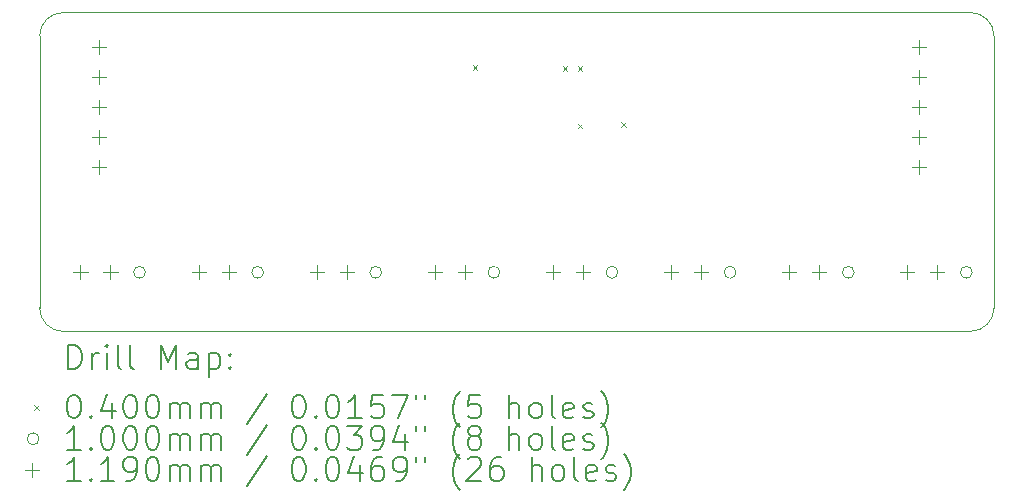
<source format=gbr>
%TF.GenerationSoftware,KiCad,Pcbnew,7.0.1*%
%TF.CreationDate,2023-08-26T14:24:12-05:00*%
%TF.ProjectId,Shift In Breakout Board V2,53686966-7420-4496-9e20-427265616b6f,rev?*%
%TF.SameCoordinates,Original*%
%TF.FileFunction,Drillmap*%
%TF.FilePolarity,Positive*%
%FSLAX45Y45*%
G04 Gerber Fmt 4.5, Leading zero omitted, Abs format (unit mm)*
G04 Created by KiCad (PCBNEW 7.0.1) date 2023-08-26 14:24:12*
%MOMM*%
%LPD*%
G01*
G04 APERTURE LIST*
%ADD10C,0.100000*%
%ADD11C,0.200000*%
%ADD12C,0.040000*%
%ADD13C,0.119000*%
G04 APERTURE END LIST*
D10*
X18850000Y-8031005D02*
X11168995Y-8031005D01*
X18850000Y-10731010D02*
G75*
G03*
X19050000Y-10531005I0J200000D01*
G01*
X10968995Y-10531005D02*
G75*
G03*
X11168995Y-10731005I199995J-5D01*
G01*
X11168995Y-10731005D02*
X18850000Y-10731005D01*
X19049995Y-8231005D02*
G75*
G03*
X18850000Y-8031005I-199995J5D01*
G01*
X11168995Y-8031005D02*
G75*
G03*
X10968995Y-8231005I-5J-199995D01*
G01*
X10968995Y-8231005D02*
X10968995Y-10531005D01*
X19050000Y-10531005D02*
X19050000Y-8231005D01*
D11*
D12*
X14635800Y-8476300D02*
X14675800Y-8516300D01*
X14675800Y-8476300D02*
X14635800Y-8516300D01*
X15397500Y-8482500D02*
X15437500Y-8522500D01*
X15437500Y-8482500D02*
X15397500Y-8522500D01*
X15524500Y-8482500D02*
X15564500Y-8522500D01*
X15564500Y-8482500D02*
X15524500Y-8522500D01*
X15524800Y-8971600D02*
X15564800Y-9011600D01*
X15564800Y-8971600D02*
X15524800Y-9011600D01*
X15890000Y-8957500D02*
X15930000Y-8997500D01*
X15930000Y-8957500D02*
X15890000Y-8997500D01*
D10*
X11864995Y-10231005D02*
G75*
G03*
X11864995Y-10231005I-50000J0D01*
G01*
X12864995Y-10231005D02*
G75*
G03*
X12864995Y-10231005I-50000J0D01*
G01*
X13864995Y-10231005D02*
G75*
G03*
X13864995Y-10231005I-50000J0D01*
G01*
X14864995Y-10231005D02*
G75*
G03*
X14864995Y-10231005I-50000J0D01*
G01*
X15864995Y-10231005D02*
G75*
G03*
X15864995Y-10231005I-50000J0D01*
G01*
X16864995Y-10231005D02*
G75*
G03*
X16864995Y-10231005I-50000J0D01*
G01*
X17864995Y-10231005D02*
G75*
G03*
X17864995Y-10231005I-50000J0D01*
G01*
X18864995Y-10231005D02*
G75*
G03*
X18864995Y-10231005I-50000J0D01*
G01*
D13*
X11314995Y-10171505D02*
X11314995Y-10290505D01*
X11255495Y-10231005D02*
X11374495Y-10231005D01*
X11470995Y-8263505D02*
X11470995Y-8382505D01*
X11411495Y-8323005D02*
X11530495Y-8323005D01*
X11470995Y-8517505D02*
X11470995Y-8636505D01*
X11411495Y-8577005D02*
X11530495Y-8577005D01*
X11470995Y-8771505D02*
X11470995Y-8890505D01*
X11411495Y-8831005D02*
X11530495Y-8831005D01*
X11470995Y-9025505D02*
X11470995Y-9144505D01*
X11411495Y-9085005D02*
X11530495Y-9085005D01*
X11470995Y-9279505D02*
X11470995Y-9398505D01*
X11411495Y-9339005D02*
X11530495Y-9339005D01*
X11568995Y-10171505D02*
X11568995Y-10290505D01*
X11509495Y-10231005D02*
X11628495Y-10231005D01*
X12314995Y-10171505D02*
X12314995Y-10290505D01*
X12255495Y-10231005D02*
X12374495Y-10231005D01*
X12568995Y-10171505D02*
X12568995Y-10290505D01*
X12509495Y-10231005D02*
X12628495Y-10231005D01*
X13314995Y-10171505D02*
X13314995Y-10290505D01*
X13255495Y-10231005D02*
X13374495Y-10231005D01*
X13568995Y-10171505D02*
X13568995Y-10290505D01*
X13509495Y-10231005D02*
X13628495Y-10231005D01*
X14314995Y-10171505D02*
X14314995Y-10290505D01*
X14255495Y-10231005D02*
X14374495Y-10231005D01*
X14568995Y-10171505D02*
X14568995Y-10290505D01*
X14509495Y-10231005D02*
X14628495Y-10231005D01*
X15314995Y-10171505D02*
X15314995Y-10290505D01*
X15255495Y-10231005D02*
X15374495Y-10231005D01*
X15568995Y-10171505D02*
X15568995Y-10290505D01*
X15509495Y-10231005D02*
X15628495Y-10231005D01*
X16314995Y-10171505D02*
X16314995Y-10290505D01*
X16255495Y-10231005D02*
X16374495Y-10231005D01*
X16568995Y-10171505D02*
X16568995Y-10290505D01*
X16509495Y-10231005D02*
X16628495Y-10231005D01*
X17314995Y-10171505D02*
X17314995Y-10290505D01*
X17255495Y-10231005D02*
X17374495Y-10231005D01*
X17568995Y-10171505D02*
X17568995Y-10290505D01*
X17509495Y-10231005D02*
X17628495Y-10231005D01*
X18314995Y-10171505D02*
X18314995Y-10290505D01*
X18255495Y-10231005D02*
X18374495Y-10231005D01*
X18416995Y-8263505D02*
X18416995Y-8382505D01*
X18357495Y-8323005D02*
X18476495Y-8323005D01*
X18416995Y-8517505D02*
X18416995Y-8636505D01*
X18357495Y-8577005D02*
X18476495Y-8577005D01*
X18416995Y-8771505D02*
X18416995Y-8890505D01*
X18357495Y-8831005D02*
X18476495Y-8831005D01*
X18416995Y-9025505D02*
X18416995Y-9144505D01*
X18357495Y-9085005D02*
X18476495Y-9085005D01*
X18416995Y-9279505D02*
X18416995Y-9398505D01*
X18357495Y-9339005D02*
X18476495Y-9339005D01*
X18568995Y-10171505D02*
X18568995Y-10290505D01*
X18509495Y-10231005D02*
X18628495Y-10231005D01*
D11*
X11211614Y-11048529D02*
X11211614Y-10848529D01*
X11211614Y-10848529D02*
X11259233Y-10848529D01*
X11259233Y-10848529D02*
X11287804Y-10858053D01*
X11287804Y-10858053D02*
X11306852Y-10877100D01*
X11306852Y-10877100D02*
X11316376Y-10896148D01*
X11316376Y-10896148D02*
X11325900Y-10934243D01*
X11325900Y-10934243D02*
X11325900Y-10962815D01*
X11325900Y-10962815D02*
X11316376Y-11000910D01*
X11316376Y-11000910D02*
X11306852Y-11019957D01*
X11306852Y-11019957D02*
X11287804Y-11039005D01*
X11287804Y-11039005D02*
X11259233Y-11048529D01*
X11259233Y-11048529D02*
X11211614Y-11048529D01*
X11411614Y-11048529D02*
X11411614Y-10915196D01*
X11411614Y-10953291D02*
X11421138Y-10934243D01*
X11421138Y-10934243D02*
X11430661Y-10924719D01*
X11430661Y-10924719D02*
X11449709Y-10915196D01*
X11449709Y-10915196D02*
X11468757Y-10915196D01*
X11535423Y-11048529D02*
X11535423Y-10915196D01*
X11535423Y-10848529D02*
X11525900Y-10858053D01*
X11525900Y-10858053D02*
X11535423Y-10867577D01*
X11535423Y-10867577D02*
X11544947Y-10858053D01*
X11544947Y-10858053D02*
X11535423Y-10848529D01*
X11535423Y-10848529D02*
X11535423Y-10867577D01*
X11659233Y-11048529D02*
X11640185Y-11039005D01*
X11640185Y-11039005D02*
X11630661Y-11019957D01*
X11630661Y-11019957D02*
X11630661Y-10848529D01*
X11763995Y-11048529D02*
X11744947Y-11039005D01*
X11744947Y-11039005D02*
X11735423Y-11019957D01*
X11735423Y-11019957D02*
X11735423Y-10848529D01*
X11992566Y-11048529D02*
X11992566Y-10848529D01*
X11992566Y-10848529D02*
X12059233Y-10991386D01*
X12059233Y-10991386D02*
X12125900Y-10848529D01*
X12125900Y-10848529D02*
X12125900Y-11048529D01*
X12306852Y-11048529D02*
X12306852Y-10943767D01*
X12306852Y-10943767D02*
X12297328Y-10924719D01*
X12297328Y-10924719D02*
X12278281Y-10915196D01*
X12278281Y-10915196D02*
X12240185Y-10915196D01*
X12240185Y-10915196D02*
X12221138Y-10924719D01*
X12306852Y-11039005D02*
X12287804Y-11048529D01*
X12287804Y-11048529D02*
X12240185Y-11048529D01*
X12240185Y-11048529D02*
X12221138Y-11039005D01*
X12221138Y-11039005D02*
X12211614Y-11019957D01*
X12211614Y-11019957D02*
X12211614Y-11000910D01*
X12211614Y-11000910D02*
X12221138Y-10981862D01*
X12221138Y-10981862D02*
X12240185Y-10972338D01*
X12240185Y-10972338D02*
X12287804Y-10972338D01*
X12287804Y-10972338D02*
X12306852Y-10962815D01*
X12402090Y-10915196D02*
X12402090Y-11115196D01*
X12402090Y-10924719D02*
X12421138Y-10915196D01*
X12421138Y-10915196D02*
X12459233Y-10915196D01*
X12459233Y-10915196D02*
X12478281Y-10924719D01*
X12478281Y-10924719D02*
X12487804Y-10934243D01*
X12487804Y-10934243D02*
X12497328Y-10953291D01*
X12497328Y-10953291D02*
X12497328Y-11010434D01*
X12497328Y-11010434D02*
X12487804Y-11029481D01*
X12487804Y-11029481D02*
X12478281Y-11039005D01*
X12478281Y-11039005D02*
X12459233Y-11048529D01*
X12459233Y-11048529D02*
X12421138Y-11048529D01*
X12421138Y-11048529D02*
X12402090Y-11039005D01*
X12583042Y-11029481D02*
X12592566Y-11039005D01*
X12592566Y-11039005D02*
X12583042Y-11048529D01*
X12583042Y-11048529D02*
X12573519Y-11039005D01*
X12573519Y-11039005D02*
X12583042Y-11029481D01*
X12583042Y-11029481D02*
X12583042Y-11048529D01*
X12583042Y-10924719D02*
X12592566Y-10934243D01*
X12592566Y-10934243D02*
X12583042Y-10943767D01*
X12583042Y-10943767D02*
X12573519Y-10934243D01*
X12573519Y-10934243D02*
X12583042Y-10924719D01*
X12583042Y-10924719D02*
X12583042Y-10943767D01*
D12*
X10923995Y-11356005D02*
X10963995Y-11396005D01*
X10963995Y-11356005D02*
X10923995Y-11396005D01*
D11*
X11249709Y-11268529D02*
X11268757Y-11268529D01*
X11268757Y-11268529D02*
X11287804Y-11278053D01*
X11287804Y-11278053D02*
X11297328Y-11287576D01*
X11297328Y-11287576D02*
X11306852Y-11306624D01*
X11306852Y-11306624D02*
X11316376Y-11344719D01*
X11316376Y-11344719D02*
X11316376Y-11392338D01*
X11316376Y-11392338D02*
X11306852Y-11430434D01*
X11306852Y-11430434D02*
X11297328Y-11449481D01*
X11297328Y-11449481D02*
X11287804Y-11459005D01*
X11287804Y-11459005D02*
X11268757Y-11468529D01*
X11268757Y-11468529D02*
X11249709Y-11468529D01*
X11249709Y-11468529D02*
X11230661Y-11459005D01*
X11230661Y-11459005D02*
X11221138Y-11449481D01*
X11221138Y-11449481D02*
X11211614Y-11430434D01*
X11211614Y-11430434D02*
X11202090Y-11392338D01*
X11202090Y-11392338D02*
X11202090Y-11344719D01*
X11202090Y-11344719D02*
X11211614Y-11306624D01*
X11211614Y-11306624D02*
X11221138Y-11287576D01*
X11221138Y-11287576D02*
X11230661Y-11278053D01*
X11230661Y-11278053D02*
X11249709Y-11268529D01*
X11402090Y-11449481D02*
X11411614Y-11459005D01*
X11411614Y-11459005D02*
X11402090Y-11468529D01*
X11402090Y-11468529D02*
X11392566Y-11459005D01*
X11392566Y-11459005D02*
X11402090Y-11449481D01*
X11402090Y-11449481D02*
X11402090Y-11468529D01*
X11583042Y-11335195D02*
X11583042Y-11468529D01*
X11535423Y-11259005D02*
X11487804Y-11401862D01*
X11487804Y-11401862D02*
X11611614Y-11401862D01*
X11725900Y-11268529D02*
X11744947Y-11268529D01*
X11744947Y-11268529D02*
X11763995Y-11278053D01*
X11763995Y-11278053D02*
X11773519Y-11287576D01*
X11773519Y-11287576D02*
X11783042Y-11306624D01*
X11783042Y-11306624D02*
X11792566Y-11344719D01*
X11792566Y-11344719D02*
X11792566Y-11392338D01*
X11792566Y-11392338D02*
X11783042Y-11430434D01*
X11783042Y-11430434D02*
X11773519Y-11449481D01*
X11773519Y-11449481D02*
X11763995Y-11459005D01*
X11763995Y-11459005D02*
X11744947Y-11468529D01*
X11744947Y-11468529D02*
X11725900Y-11468529D01*
X11725900Y-11468529D02*
X11706852Y-11459005D01*
X11706852Y-11459005D02*
X11697328Y-11449481D01*
X11697328Y-11449481D02*
X11687804Y-11430434D01*
X11687804Y-11430434D02*
X11678281Y-11392338D01*
X11678281Y-11392338D02*
X11678281Y-11344719D01*
X11678281Y-11344719D02*
X11687804Y-11306624D01*
X11687804Y-11306624D02*
X11697328Y-11287576D01*
X11697328Y-11287576D02*
X11706852Y-11278053D01*
X11706852Y-11278053D02*
X11725900Y-11268529D01*
X11916376Y-11268529D02*
X11935423Y-11268529D01*
X11935423Y-11268529D02*
X11954471Y-11278053D01*
X11954471Y-11278053D02*
X11963995Y-11287576D01*
X11963995Y-11287576D02*
X11973519Y-11306624D01*
X11973519Y-11306624D02*
X11983042Y-11344719D01*
X11983042Y-11344719D02*
X11983042Y-11392338D01*
X11983042Y-11392338D02*
X11973519Y-11430434D01*
X11973519Y-11430434D02*
X11963995Y-11449481D01*
X11963995Y-11449481D02*
X11954471Y-11459005D01*
X11954471Y-11459005D02*
X11935423Y-11468529D01*
X11935423Y-11468529D02*
X11916376Y-11468529D01*
X11916376Y-11468529D02*
X11897328Y-11459005D01*
X11897328Y-11459005D02*
X11887804Y-11449481D01*
X11887804Y-11449481D02*
X11878281Y-11430434D01*
X11878281Y-11430434D02*
X11868757Y-11392338D01*
X11868757Y-11392338D02*
X11868757Y-11344719D01*
X11868757Y-11344719D02*
X11878281Y-11306624D01*
X11878281Y-11306624D02*
X11887804Y-11287576D01*
X11887804Y-11287576D02*
X11897328Y-11278053D01*
X11897328Y-11278053D02*
X11916376Y-11268529D01*
X12068757Y-11468529D02*
X12068757Y-11335195D01*
X12068757Y-11354243D02*
X12078281Y-11344719D01*
X12078281Y-11344719D02*
X12097328Y-11335195D01*
X12097328Y-11335195D02*
X12125900Y-11335195D01*
X12125900Y-11335195D02*
X12144947Y-11344719D01*
X12144947Y-11344719D02*
X12154471Y-11363767D01*
X12154471Y-11363767D02*
X12154471Y-11468529D01*
X12154471Y-11363767D02*
X12163995Y-11344719D01*
X12163995Y-11344719D02*
X12183042Y-11335195D01*
X12183042Y-11335195D02*
X12211614Y-11335195D01*
X12211614Y-11335195D02*
X12230662Y-11344719D01*
X12230662Y-11344719D02*
X12240185Y-11363767D01*
X12240185Y-11363767D02*
X12240185Y-11468529D01*
X12335423Y-11468529D02*
X12335423Y-11335195D01*
X12335423Y-11354243D02*
X12344947Y-11344719D01*
X12344947Y-11344719D02*
X12363995Y-11335195D01*
X12363995Y-11335195D02*
X12392566Y-11335195D01*
X12392566Y-11335195D02*
X12411614Y-11344719D01*
X12411614Y-11344719D02*
X12421138Y-11363767D01*
X12421138Y-11363767D02*
X12421138Y-11468529D01*
X12421138Y-11363767D02*
X12430662Y-11344719D01*
X12430662Y-11344719D02*
X12449709Y-11335195D01*
X12449709Y-11335195D02*
X12478281Y-11335195D01*
X12478281Y-11335195D02*
X12497328Y-11344719D01*
X12497328Y-11344719D02*
X12506852Y-11363767D01*
X12506852Y-11363767D02*
X12506852Y-11468529D01*
X12897328Y-11259005D02*
X12725900Y-11516148D01*
X13154471Y-11268529D02*
X13173519Y-11268529D01*
X13173519Y-11268529D02*
X13192566Y-11278053D01*
X13192566Y-11278053D02*
X13202090Y-11287576D01*
X13202090Y-11287576D02*
X13211614Y-11306624D01*
X13211614Y-11306624D02*
X13221138Y-11344719D01*
X13221138Y-11344719D02*
X13221138Y-11392338D01*
X13221138Y-11392338D02*
X13211614Y-11430434D01*
X13211614Y-11430434D02*
X13202090Y-11449481D01*
X13202090Y-11449481D02*
X13192566Y-11459005D01*
X13192566Y-11459005D02*
X13173519Y-11468529D01*
X13173519Y-11468529D02*
X13154471Y-11468529D01*
X13154471Y-11468529D02*
X13135424Y-11459005D01*
X13135424Y-11459005D02*
X13125900Y-11449481D01*
X13125900Y-11449481D02*
X13116376Y-11430434D01*
X13116376Y-11430434D02*
X13106852Y-11392338D01*
X13106852Y-11392338D02*
X13106852Y-11344719D01*
X13106852Y-11344719D02*
X13116376Y-11306624D01*
X13116376Y-11306624D02*
X13125900Y-11287576D01*
X13125900Y-11287576D02*
X13135424Y-11278053D01*
X13135424Y-11278053D02*
X13154471Y-11268529D01*
X13306852Y-11449481D02*
X13316376Y-11459005D01*
X13316376Y-11459005D02*
X13306852Y-11468529D01*
X13306852Y-11468529D02*
X13297328Y-11459005D01*
X13297328Y-11459005D02*
X13306852Y-11449481D01*
X13306852Y-11449481D02*
X13306852Y-11468529D01*
X13440185Y-11268529D02*
X13459233Y-11268529D01*
X13459233Y-11268529D02*
X13478281Y-11278053D01*
X13478281Y-11278053D02*
X13487805Y-11287576D01*
X13487805Y-11287576D02*
X13497328Y-11306624D01*
X13497328Y-11306624D02*
X13506852Y-11344719D01*
X13506852Y-11344719D02*
X13506852Y-11392338D01*
X13506852Y-11392338D02*
X13497328Y-11430434D01*
X13497328Y-11430434D02*
X13487805Y-11449481D01*
X13487805Y-11449481D02*
X13478281Y-11459005D01*
X13478281Y-11459005D02*
X13459233Y-11468529D01*
X13459233Y-11468529D02*
X13440185Y-11468529D01*
X13440185Y-11468529D02*
X13421138Y-11459005D01*
X13421138Y-11459005D02*
X13411614Y-11449481D01*
X13411614Y-11449481D02*
X13402090Y-11430434D01*
X13402090Y-11430434D02*
X13392566Y-11392338D01*
X13392566Y-11392338D02*
X13392566Y-11344719D01*
X13392566Y-11344719D02*
X13402090Y-11306624D01*
X13402090Y-11306624D02*
X13411614Y-11287576D01*
X13411614Y-11287576D02*
X13421138Y-11278053D01*
X13421138Y-11278053D02*
X13440185Y-11268529D01*
X13697328Y-11468529D02*
X13583043Y-11468529D01*
X13640185Y-11468529D02*
X13640185Y-11268529D01*
X13640185Y-11268529D02*
X13621138Y-11297100D01*
X13621138Y-11297100D02*
X13602090Y-11316148D01*
X13602090Y-11316148D02*
X13583043Y-11325672D01*
X13878281Y-11268529D02*
X13783043Y-11268529D01*
X13783043Y-11268529D02*
X13773519Y-11363767D01*
X13773519Y-11363767D02*
X13783043Y-11354243D01*
X13783043Y-11354243D02*
X13802090Y-11344719D01*
X13802090Y-11344719D02*
X13849709Y-11344719D01*
X13849709Y-11344719D02*
X13868757Y-11354243D01*
X13868757Y-11354243D02*
X13878281Y-11363767D01*
X13878281Y-11363767D02*
X13887805Y-11382815D01*
X13887805Y-11382815D02*
X13887805Y-11430434D01*
X13887805Y-11430434D02*
X13878281Y-11449481D01*
X13878281Y-11449481D02*
X13868757Y-11459005D01*
X13868757Y-11459005D02*
X13849709Y-11468529D01*
X13849709Y-11468529D02*
X13802090Y-11468529D01*
X13802090Y-11468529D02*
X13783043Y-11459005D01*
X13783043Y-11459005D02*
X13773519Y-11449481D01*
X13954471Y-11268529D02*
X14087805Y-11268529D01*
X14087805Y-11268529D02*
X14002090Y-11468529D01*
X14154471Y-11268529D02*
X14154471Y-11306624D01*
X14230662Y-11268529D02*
X14230662Y-11306624D01*
X14525900Y-11544719D02*
X14516376Y-11535195D01*
X14516376Y-11535195D02*
X14497328Y-11506624D01*
X14497328Y-11506624D02*
X14487805Y-11487576D01*
X14487805Y-11487576D02*
X14478281Y-11459005D01*
X14478281Y-11459005D02*
X14468757Y-11411386D01*
X14468757Y-11411386D02*
X14468757Y-11373291D01*
X14468757Y-11373291D02*
X14478281Y-11325672D01*
X14478281Y-11325672D02*
X14487805Y-11297100D01*
X14487805Y-11297100D02*
X14497328Y-11278053D01*
X14497328Y-11278053D02*
X14516376Y-11249481D01*
X14516376Y-11249481D02*
X14525900Y-11239957D01*
X14697328Y-11268529D02*
X14602090Y-11268529D01*
X14602090Y-11268529D02*
X14592567Y-11363767D01*
X14592567Y-11363767D02*
X14602090Y-11354243D01*
X14602090Y-11354243D02*
X14621138Y-11344719D01*
X14621138Y-11344719D02*
X14668757Y-11344719D01*
X14668757Y-11344719D02*
X14687805Y-11354243D01*
X14687805Y-11354243D02*
X14697328Y-11363767D01*
X14697328Y-11363767D02*
X14706852Y-11382815D01*
X14706852Y-11382815D02*
X14706852Y-11430434D01*
X14706852Y-11430434D02*
X14697328Y-11449481D01*
X14697328Y-11449481D02*
X14687805Y-11459005D01*
X14687805Y-11459005D02*
X14668757Y-11468529D01*
X14668757Y-11468529D02*
X14621138Y-11468529D01*
X14621138Y-11468529D02*
X14602090Y-11459005D01*
X14602090Y-11459005D02*
X14592567Y-11449481D01*
X14944948Y-11468529D02*
X14944948Y-11268529D01*
X15030662Y-11468529D02*
X15030662Y-11363767D01*
X15030662Y-11363767D02*
X15021138Y-11344719D01*
X15021138Y-11344719D02*
X15002090Y-11335195D01*
X15002090Y-11335195D02*
X14973519Y-11335195D01*
X14973519Y-11335195D02*
X14954471Y-11344719D01*
X14954471Y-11344719D02*
X14944948Y-11354243D01*
X15154471Y-11468529D02*
X15135424Y-11459005D01*
X15135424Y-11459005D02*
X15125900Y-11449481D01*
X15125900Y-11449481D02*
X15116376Y-11430434D01*
X15116376Y-11430434D02*
X15116376Y-11373291D01*
X15116376Y-11373291D02*
X15125900Y-11354243D01*
X15125900Y-11354243D02*
X15135424Y-11344719D01*
X15135424Y-11344719D02*
X15154471Y-11335195D01*
X15154471Y-11335195D02*
X15183043Y-11335195D01*
X15183043Y-11335195D02*
X15202090Y-11344719D01*
X15202090Y-11344719D02*
X15211614Y-11354243D01*
X15211614Y-11354243D02*
X15221138Y-11373291D01*
X15221138Y-11373291D02*
X15221138Y-11430434D01*
X15221138Y-11430434D02*
X15211614Y-11449481D01*
X15211614Y-11449481D02*
X15202090Y-11459005D01*
X15202090Y-11459005D02*
X15183043Y-11468529D01*
X15183043Y-11468529D02*
X15154471Y-11468529D01*
X15335424Y-11468529D02*
X15316376Y-11459005D01*
X15316376Y-11459005D02*
X15306852Y-11439957D01*
X15306852Y-11439957D02*
X15306852Y-11268529D01*
X15487805Y-11459005D02*
X15468757Y-11468529D01*
X15468757Y-11468529D02*
X15430662Y-11468529D01*
X15430662Y-11468529D02*
X15411614Y-11459005D01*
X15411614Y-11459005D02*
X15402090Y-11439957D01*
X15402090Y-11439957D02*
X15402090Y-11363767D01*
X15402090Y-11363767D02*
X15411614Y-11344719D01*
X15411614Y-11344719D02*
X15430662Y-11335195D01*
X15430662Y-11335195D02*
X15468757Y-11335195D01*
X15468757Y-11335195D02*
X15487805Y-11344719D01*
X15487805Y-11344719D02*
X15497329Y-11363767D01*
X15497329Y-11363767D02*
X15497329Y-11382815D01*
X15497329Y-11382815D02*
X15402090Y-11401862D01*
X15573519Y-11459005D02*
X15592567Y-11468529D01*
X15592567Y-11468529D02*
X15630662Y-11468529D01*
X15630662Y-11468529D02*
X15649710Y-11459005D01*
X15649710Y-11459005D02*
X15659233Y-11439957D01*
X15659233Y-11439957D02*
X15659233Y-11430434D01*
X15659233Y-11430434D02*
X15649710Y-11411386D01*
X15649710Y-11411386D02*
X15630662Y-11401862D01*
X15630662Y-11401862D02*
X15602090Y-11401862D01*
X15602090Y-11401862D02*
X15583043Y-11392338D01*
X15583043Y-11392338D02*
X15573519Y-11373291D01*
X15573519Y-11373291D02*
X15573519Y-11363767D01*
X15573519Y-11363767D02*
X15583043Y-11344719D01*
X15583043Y-11344719D02*
X15602090Y-11335195D01*
X15602090Y-11335195D02*
X15630662Y-11335195D01*
X15630662Y-11335195D02*
X15649710Y-11344719D01*
X15725900Y-11544719D02*
X15735424Y-11535195D01*
X15735424Y-11535195D02*
X15754471Y-11506624D01*
X15754471Y-11506624D02*
X15763995Y-11487576D01*
X15763995Y-11487576D02*
X15773519Y-11459005D01*
X15773519Y-11459005D02*
X15783043Y-11411386D01*
X15783043Y-11411386D02*
X15783043Y-11373291D01*
X15783043Y-11373291D02*
X15773519Y-11325672D01*
X15773519Y-11325672D02*
X15763995Y-11297100D01*
X15763995Y-11297100D02*
X15754471Y-11278053D01*
X15754471Y-11278053D02*
X15735424Y-11249481D01*
X15735424Y-11249481D02*
X15725900Y-11239957D01*
D10*
X10963995Y-11640005D02*
G75*
G03*
X10963995Y-11640005I-50000J0D01*
G01*
D11*
X11316376Y-11732529D02*
X11202090Y-11732529D01*
X11259233Y-11732529D02*
X11259233Y-11532529D01*
X11259233Y-11532529D02*
X11240185Y-11561100D01*
X11240185Y-11561100D02*
X11221138Y-11580148D01*
X11221138Y-11580148D02*
X11202090Y-11589672D01*
X11402090Y-11713481D02*
X11411614Y-11723005D01*
X11411614Y-11723005D02*
X11402090Y-11732529D01*
X11402090Y-11732529D02*
X11392566Y-11723005D01*
X11392566Y-11723005D02*
X11402090Y-11713481D01*
X11402090Y-11713481D02*
X11402090Y-11732529D01*
X11535423Y-11532529D02*
X11554471Y-11532529D01*
X11554471Y-11532529D02*
X11573519Y-11542053D01*
X11573519Y-11542053D02*
X11583042Y-11551576D01*
X11583042Y-11551576D02*
X11592566Y-11570624D01*
X11592566Y-11570624D02*
X11602090Y-11608719D01*
X11602090Y-11608719D02*
X11602090Y-11656338D01*
X11602090Y-11656338D02*
X11592566Y-11694434D01*
X11592566Y-11694434D02*
X11583042Y-11713481D01*
X11583042Y-11713481D02*
X11573519Y-11723005D01*
X11573519Y-11723005D02*
X11554471Y-11732529D01*
X11554471Y-11732529D02*
X11535423Y-11732529D01*
X11535423Y-11732529D02*
X11516376Y-11723005D01*
X11516376Y-11723005D02*
X11506852Y-11713481D01*
X11506852Y-11713481D02*
X11497328Y-11694434D01*
X11497328Y-11694434D02*
X11487804Y-11656338D01*
X11487804Y-11656338D02*
X11487804Y-11608719D01*
X11487804Y-11608719D02*
X11497328Y-11570624D01*
X11497328Y-11570624D02*
X11506852Y-11551576D01*
X11506852Y-11551576D02*
X11516376Y-11542053D01*
X11516376Y-11542053D02*
X11535423Y-11532529D01*
X11725900Y-11532529D02*
X11744947Y-11532529D01*
X11744947Y-11532529D02*
X11763995Y-11542053D01*
X11763995Y-11542053D02*
X11773519Y-11551576D01*
X11773519Y-11551576D02*
X11783042Y-11570624D01*
X11783042Y-11570624D02*
X11792566Y-11608719D01*
X11792566Y-11608719D02*
X11792566Y-11656338D01*
X11792566Y-11656338D02*
X11783042Y-11694434D01*
X11783042Y-11694434D02*
X11773519Y-11713481D01*
X11773519Y-11713481D02*
X11763995Y-11723005D01*
X11763995Y-11723005D02*
X11744947Y-11732529D01*
X11744947Y-11732529D02*
X11725900Y-11732529D01*
X11725900Y-11732529D02*
X11706852Y-11723005D01*
X11706852Y-11723005D02*
X11697328Y-11713481D01*
X11697328Y-11713481D02*
X11687804Y-11694434D01*
X11687804Y-11694434D02*
X11678281Y-11656338D01*
X11678281Y-11656338D02*
X11678281Y-11608719D01*
X11678281Y-11608719D02*
X11687804Y-11570624D01*
X11687804Y-11570624D02*
X11697328Y-11551576D01*
X11697328Y-11551576D02*
X11706852Y-11542053D01*
X11706852Y-11542053D02*
X11725900Y-11532529D01*
X11916376Y-11532529D02*
X11935423Y-11532529D01*
X11935423Y-11532529D02*
X11954471Y-11542053D01*
X11954471Y-11542053D02*
X11963995Y-11551576D01*
X11963995Y-11551576D02*
X11973519Y-11570624D01*
X11973519Y-11570624D02*
X11983042Y-11608719D01*
X11983042Y-11608719D02*
X11983042Y-11656338D01*
X11983042Y-11656338D02*
X11973519Y-11694434D01*
X11973519Y-11694434D02*
X11963995Y-11713481D01*
X11963995Y-11713481D02*
X11954471Y-11723005D01*
X11954471Y-11723005D02*
X11935423Y-11732529D01*
X11935423Y-11732529D02*
X11916376Y-11732529D01*
X11916376Y-11732529D02*
X11897328Y-11723005D01*
X11897328Y-11723005D02*
X11887804Y-11713481D01*
X11887804Y-11713481D02*
X11878281Y-11694434D01*
X11878281Y-11694434D02*
X11868757Y-11656338D01*
X11868757Y-11656338D02*
X11868757Y-11608719D01*
X11868757Y-11608719D02*
X11878281Y-11570624D01*
X11878281Y-11570624D02*
X11887804Y-11551576D01*
X11887804Y-11551576D02*
X11897328Y-11542053D01*
X11897328Y-11542053D02*
X11916376Y-11532529D01*
X12068757Y-11732529D02*
X12068757Y-11599195D01*
X12068757Y-11618243D02*
X12078281Y-11608719D01*
X12078281Y-11608719D02*
X12097328Y-11599195D01*
X12097328Y-11599195D02*
X12125900Y-11599195D01*
X12125900Y-11599195D02*
X12144947Y-11608719D01*
X12144947Y-11608719D02*
X12154471Y-11627767D01*
X12154471Y-11627767D02*
X12154471Y-11732529D01*
X12154471Y-11627767D02*
X12163995Y-11608719D01*
X12163995Y-11608719D02*
X12183042Y-11599195D01*
X12183042Y-11599195D02*
X12211614Y-11599195D01*
X12211614Y-11599195D02*
X12230662Y-11608719D01*
X12230662Y-11608719D02*
X12240185Y-11627767D01*
X12240185Y-11627767D02*
X12240185Y-11732529D01*
X12335423Y-11732529D02*
X12335423Y-11599195D01*
X12335423Y-11618243D02*
X12344947Y-11608719D01*
X12344947Y-11608719D02*
X12363995Y-11599195D01*
X12363995Y-11599195D02*
X12392566Y-11599195D01*
X12392566Y-11599195D02*
X12411614Y-11608719D01*
X12411614Y-11608719D02*
X12421138Y-11627767D01*
X12421138Y-11627767D02*
X12421138Y-11732529D01*
X12421138Y-11627767D02*
X12430662Y-11608719D01*
X12430662Y-11608719D02*
X12449709Y-11599195D01*
X12449709Y-11599195D02*
X12478281Y-11599195D01*
X12478281Y-11599195D02*
X12497328Y-11608719D01*
X12497328Y-11608719D02*
X12506852Y-11627767D01*
X12506852Y-11627767D02*
X12506852Y-11732529D01*
X12897328Y-11523005D02*
X12725900Y-11780148D01*
X13154471Y-11532529D02*
X13173519Y-11532529D01*
X13173519Y-11532529D02*
X13192566Y-11542053D01*
X13192566Y-11542053D02*
X13202090Y-11551576D01*
X13202090Y-11551576D02*
X13211614Y-11570624D01*
X13211614Y-11570624D02*
X13221138Y-11608719D01*
X13221138Y-11608719D02*
X13221138Y-11656338D01*
X13221138Y-11656338D02*
X13211614Y-11694434D01*
X13211614Y-11694434D02*
X13202090Y-11713481D01*
X13202090Y-11713481D02*
X13192566Y-11723005D01*
X13192566Y-11723005D02*
X13173519Y-11732529D01*
X13173519Y-11732529D02*
X13154471Y-11732529D01*
X13154471Y-11732529D02*
X13135424Y-11723005D01*
X13135424Y-11723005D02*
X13125900Y-11713481D01*
X13125900Y-11713481D02*
X13116376Y-11694434D01*
X13116376Y-11694434D02*
X13106852Y-11656338D01*
X13106852Y-11656338D02*
X13106852Y-11608719D01*
X13106852Y-11608719D02*
X13116376Y-11570624D01*
X13116376Y-11570624D02*
X13125900Y-11551576D01*
X13125900Y-11551576D02*
X13135424Y-11542053D01*
X13135424Y-11542053D02*
X13154471Y-11532529D01*
X13306852Y-11713481D02*
X13316376Y-11723005D01*
X13316376Y-11723005D02*
X13306852Y-11732529D01*
X13306852Y-11732529D02*
X13297328Y-11723005D01*
X13297328Y-11723005D02*
X13306852Y-11713481D01*
X13306852Y-11713481D02*
X13306852Y-11732529D01*
X13440185Y-11532529D02*
X13459233Y-11532529D01*
X13459233Y-11532529D02*
X13478281Y-11542053D01*
X13478281Y-11542053D02*
X13487805Y-11551576D01*
X13487805Y-11551576D02*
X13497328Y-11570624D01*
X13497328Y-11570624D02*
X13506852Y-11608719D01*
X13506852Y-11608719D02*
X13506852Y-11656338D01*
X13506852Y-11656338D02*
X13497328Y-11694434D01*
X13497328Y-11694434D02*
X13487805Y-11713481D01*
X13487805Y-11713481D02*
X13478281Y-11723005D01*
X13478281Y-11723005D02*
X13459233Y-11732529D01*
X13459233Y-11732529D02*
X13440185Y-11732529D01*
X13440185Y-11732529D02*
X13421138Y-11723005D01*
X13421138Y-11723005D02*
X13411614Y-11713481D01*
X13411614Y-11713481D02*
X13402090Y-11694434D01*
X13402090Y-11694434D02*
X13392566Y-11656338D01*
X13392566Y-11656338D02*
X13392566Y-11608719D01*
X13392566Y-11608719D02*
X13402090Y-11570624D01*
X13402090Y-11570624D02*
X13411614Y-11551576D01*
X13411614Y-11551576D02*
X13421138Y-11542053D01*
X13421138Y-11542053D02*
X13440185Y-11532529D01*
X13573519Y-11532529D02*
X13697328Y-11532529D01*
X13697328Y-11532529D02*
X13630662Y-11608719D01*
X13630662Y-11608719D02*
X13659233Y-11608719D01*
X13659233Y-11608719D02*
X13678281Y-11618243D01*
X13678281Y-11618243D02*
X13687805Y-11627767D01*
X13687805Y-11627767D02*
X13697328Y-11646815D01*
X13697328Y-11646815D02*
X13697328Y-11694434D01*
X13697328Y-11694434D02*
X13687805Y-11713481D01*
X13687805Y-11713481D02*
X13678281Y-11723005D01*
X13678281Y-11723005D02*
X13659233Y-11732529D01*
X13659233Y-11732529D02*
X13602090Y-11732529D01*
X13602090Y-11732529D02*
X13583043Y-11723005D01*
X13583043Y-11723005D02*
X13573519Y-11713481D01*
X13792566Y-11732529D02*
X13830662Y-11732529D01*
X13830662Y-11732529D02*
X13849709Y-11723005D01*
X13849709Y-11723005D02*
X13859233Y-11713481D01*
X13859233Y-11713481D02*
X13878281Y-11684910D01*
X13878281Y-11684910D02*
X13887805Y-11646815D01*
X13887805Y-11646815D02*
X13887805Y-11570624D01*
X13887805Y-11570624D02*
X13878281Y-11551576D01*
X13878281Y-11551576D02*
X13868757Y-11542053D01*
X13868757Y-11542053D02*
X13849709Y-11532529D01*
X13849709Y-11532529D02*
X13811614Y-11532529D01*
X13811614Y-11532529D02*
X13792566Y-11542053D01*
X13792566Y-11542053D02*
X13783043Y-11551576D01*
X13783043Y-11551576D02*
X13773519Y-11570624D01*
X13773519Y-11570624D02*
X13773519Y-11618243D01*
X13773519Y-11618243D02*
X13783043Y-11637291D01*
X13783043Y-11637291D02*
X13792566Y-11646815D01*
X13792566Y-11646815D02*
X13811614Y-11656338D01*
X13811614Y-11656338D02*
X13849709Y-11656338D01*
X13849709Y-11656338D02*
X13868757Y-11646815D01*
X13868757Y-11646815D02*
X13878281Y-11637291D01*
X13878281Y-11637291D02*
X13887805Y-11618243D01*
X14059233Y-11599195D02*
X14059233Y-11732529D01*
X14011614Y-11523005D02*
X13963995Y-11665862D01*
X13963995Y-11665862D02*
X14087805Y-11665862D01*
X14154471Y-11532529D02*
X14154471Y-11570624D01*
X14230662Y-11532529D02*
X14230662Y-11570624D01*
X14525900Y-11808719D02*
X14516376Y-11799195D01*
X14516376Y-11799195D02*
X14497328Y-11770624D01*
X14497328Y-11770624D02*
X14487805Y-11751576D01*
X14487805Y-11751576D02*
X14478281Y-11723005D01*
X14478281Y-11723005D02*
X14468757Y-11675386D01*
X14468757Y-11675386D02*
X14468757Y-11637291D01*
X14468757Y-11637291D02*
X14478281Y-11589672D01*
X14478281Y-11589672D02*
X14487805Y-11561100D01*
X14487805Y-11561100D02*
X14497328Y-11542053D01*
X14497328Y-11542053D02*
X14516376Y-11513481D01*
X14516376Y-11513481D02*
X14525900Y-11503957D01*
X14630662Y-11618243D02*
X14611614Y-11608719D01*
X14611614Y-11608719D02*
X14602090Y-11599195D01*
X14602090Y-11599195D02*
X14592567Y-11580148D01*
X14592567Y-11580148D02*
X14592567Y-11570624D01*
X14592567Y-11570624D02*
X14602090Y-11551576D01*
X14602090Y-11551576D02*
X14611614Y-11542053D01*
X14611614Y-11542053D02*
X14630662Y-11532529D01*
X14630662Y-11532529D02*
X14668757Y-11532529D01*
X14668757Y-11532529D02*
X14687805Y-11542053D01*
X14687805Y-11542053D02*
X14697328Y-11551576D01*
X14697328Y-11551576D02*
X14706852Y-11570624D01*
X14706852Y-11570624D02*
X14706852Y-11580148D01*
X14706852Y-11580148D02*
X14697328Y-11599195D01*
X14697328Y-11599195D02*
X14687805Y-11608719D01*
X14687805Y-11608719D02*
X14668757Y-11618243D01*
X14668757Y-11618243D02*
X14630662Y-11618243D01*
X14630662Y-11618243D02*
X14611614Y-11627767D01*
X14611614Y-11627767D02*
X14602090Y-11637291D01*
X14602090Y-11637291D02*
X14592567Y-11656338D01*
X14592567Y-11656338D02*
X14592567Y-11694434D01*
X14592567Y-11694434D02*
X14602090Y-11713481D01*
X14602090Y-11713481D02*
X14611614Y-11723005D01*
X14611614Y-11723005D02*
X14630662Y-11732529D01*
X14630662Y-11732529D02*
X14668757Y-11732529D01*
X14668757Y-11732529D02*
X14687805Y-11723005D01*
X14687805Y-11723005D02*
X14697328Y-11713481D01*
X14697328Y-11713481D02*
X14706852Y-11694434D01*
X14706852Y-11694434D02*
X14706852Y-11656338D01*
X14706852Y-11656338D02*
X14697328Y-11637291D01*
X14697328Y-11637291D02*
X14687805Y-11627767D01*
X14687805Y-11627767D02*
X14668757Y-11618243D01*
X14944948Y-11732529D02*
X14944948Y-11532529D01*
X15030662Y-11732529D02*
X15030662Y-11627767D01*
X15030662Y-11627767D02*
X15021138Y-11608719D01*
X15021138Y-11608719D02*
X15002090Y-11599195D01*
X15002090Y-11599195D02*
X14973519Y-11599195D01*
X14973519Y-11599195D02*
X14954471Y-11608719D01*
X14954471Y-11608719D02*
X14944948Y-11618243D01*
X15154471Y-11732529D02*
X15135424Y-11723005D01*
X15135424Y-11723005D02*
X15125900Y-11713481D01*
X15125900Y-11713481D02*
X15116376Y-11694434D01*
X15116376Y-11694434D02*
X15116376Y-11637291D01*
X15116376Y-11637291D02*
X15125900Y-11618243D01*
X15125900Y-11618243D02*
X15135424Y-11608719D01*
X15135424Y-11608719D02*
X15154471Y-11599195D01*
X15154471Y-11599195D02*
X15183043Y-11599195D01*
X15183043Y-11599195D02*
X15202090Y-11608719D01*
X15202090Y-11608719D02*
X15211614Y-11618243D01*
X15211614Y-11618243D02*
X15221138Y-11637291D01*
X15221138Y-11637291D02*
X15221138Y-11694434D01*
X15221138Y-11694434D02*
X15211614Y-11713481D01*
X15211614Y-11713481D02*
X15202090Y-11723005D01*
X15202090Y-11723005D02*
X15183043Y-11732529D01*
X15183043Y-11732529D02*
X15154471Y-11732529D01*
X15335424Y-11732529D02*
X15316376Y-11723005D01*
X15316376Y-11723005D02*
X15306852Y-11703957D01*
X15306852Y-11703957D02*
X15306852Y-11532529D01*
X15487805Y-11723005D02*
X15468757Y-11732529D01*
X15468757Y-11732529D02*
X15430662Y-11732529D01*
X15430662Y-11732529D02*
X15411614Y-11723005D01*
X15411614Y-11723005D02*
X15402090Y-11703957D01*
X15402090Y-11703957D02*
X15402090Y-11627767D01*
X15402090Y-11627767D02*
X15411614Y-11608719D01*
X15411614Y-11608719D02*
X15430662Y-11599195D01*
X15430662Y-11599195D02*
X15468757Y-11599195D01*
X15468757Y-11599195D02*
X15487805Y-11608719D01*
X15487805Y-11608719D02*
X15497329Y-11627767D01*
X15497329Y-11627767D02*
X15497329Y-11646815D01*
X15497329Y-11646815D02*
X15402090Y-11665862D01*
X15573519Y-11723005D02*
X15592567Y-11732529D01*
X15592567Y-11732529D02*
X15630662Y-11732529D01*
X15630662Y-11732529D02*
X15649710Y-11723005D01*
X15649710Y-11723005D02*
X15659233Y-11703957D01*
X15659233Y-11703957D02*
X15659233Y-11694434D01*
X15659233Y-11694434D02*
X15649710Y-11675386D01*
X15649710Y-11675386D02*
X15630662Y-11665862D01*
X15630662Y-11665862D02*
X15602090Y-11665862D01*
X15602090Y-11665862D02*
X15583043Y-11656338D01*
X15583043Y-11656338D02*
X15573519Y-11637291D01*
X15573519Y-11637291D02*
X15573519Y-11627767D01*
X15573519Y-11627767D02*
X15583043Y-11608719D01*
X15583043Y-11608719D02*
X15602090Y-11599195D01*
X15602090Y-11599195D02*
X15630662Y-11599195D01*
X15630662Y-11599195D02*
X15649710Y-11608719D01*
X15725900Y-11808719D02*
X15735424Y-11799195D01*
X15735424Y-11799195D02*
X15754471Y-11770624D01*
X15754471Y-11770624D02*
X15763995Y-11751576D01*
X15763995Y-11751576D02*
X15773519Y-11723005D01*
X15773519Y-11723005D02*
X15783043Y-11675386D01*
X15783043Y-11675386D02*
X15783043Y-11637291D01*
X15783043Y-11637291D02*
X15773519Y-11589672D01*
X15773519Y-11589672D02*
X15763995Y-11561100D01*
X15763995Y-11561100D02*
X15754471Y-11542053D01*
X15754471Y-11542053D02*
X15735424Y-11513481D01*
X15735424Y-11513481D02*
X15725900Y-11503957D01*
D13*
X10904495Y-11844505D02*
X10904495Y-11963505D01*
X10844995Y-11904005D02*
X10963995Y-11904005D01*
D11*
X11316376Y-11996529D02*
X11202090Y-11996529D01*
X11259233Y-11996529D02*
X11259233Y-11796529D01*
X11259233Y-11796529D02*
X11240185Y-11825100D01*
X11240185Y-11825100D02*
X11221138Y-11844148D01*
X11221138Y-11844148D02*
X11202090Y-11853672D01*
X11402090Y-11977481D02*
X11411614Y-11987005D01*
X11411614Y-11987005D02*
X11402090Y-11996529D01*
X11402090Y-11996529D02*
X11392566Y-11987005D01*
X11392566Y-11987005D02*
X11402090Y-11977481D01*
X11402090Y-11977481D02*
X11402090Y-11996529D01*
X11602090Y-11996529D02*
X11487804Y-11996529D01*
X11544947Y-11996529D02*
X11544947Y-11796529D01*
X11544947Y-11796529D02*
X11525900Y-11825100D01*
X11525900Y-11825100D02*
X11506852Y-11844148D01*
X11506852Y-11844148D02*
X11487804Y-11853672D01*
X11697328Y-11996529D02*
X11735423Y-11996529D01*
X11735423Y-11996529D02*
X11754471Y-11987005D01*
X11754471Y-11987005D02*
X11763995Y-11977481D01*
X11763995Y-11977481D02*
X11783042Y-11948910D01*
X11783042Y-11948910D02*
X11792566Y-11910815D01*
X11792566Y-11910815D02*
X11792566Y-11834624D01*
X11792566Y-11834624D02*
X11783042Y-11815576D01*
X11783042Y-11815576D02*
X11773519Y-11806053D01*
X11773519Y-11806053D02*
X11754471Y-11796529D01*
X11754471Y-11796529D02*
X11716376Y-11796529D01*
X11716376Y-11796529D02*
X11697328Y-11806053D01*
X11697328Y-11806053D02*
X11687804Y-11815576D01*
X11687804Y-11815576D02*
X11678281Y-11834624D01*
X11678281Y-11834624D02*
X11678281Y-11882243D01*
X11678281Y-11882243D02*
X11687804Y-11901291D01*
X11687804Y-11901291D02*
X11697328Y-11910815D01*
X11697328Y-11910815D02*
X11716376Y-11920338D01*
X11716376Y-11920338D02*
X11754471Y-11920338D01*
X11754471Y-11920338D02*
X11773519Y-11910815D01*
X11773519Y-11910815D02*
X11783042Y-11901291D01*
X11783042Y-11901291D02*
X11792566Y-11882243D01*
X11916376Y-11796529D02*
X11935423Y-11796529D01*
X11935423Y-11796529D02*
X11954471Y-11806053D01*
X11954471Y-11806053D02*
X11963995Y-11815576D01*
X11963995Y-11815576D02*
X11973519Y-11834624D01*
X11973519Y-11834624D02*
X11983042Y-11872719D01*
X11983042Y-11872719D02*
X11983042Y-11920338D01*
X11983042Y-11920338D02*
X11973519Y-11958434D01*
X11973519Y-11958434D02*
X11963995Y-11977481D01*
X11963995Y-11977481D02*
X11954471Y-11987005D01*
X11954471Y-11987005D02*
X11935423Y-11996529D01*
X11935423Y-11996529D02*
X11916376Y-11996529D01*
X11916376Y-11996529D02*
X11897328Y-11987005D01*
X11897328Y-11987005D02*
X11887804Y-11977481D01*
X11887804Y-11977481D02*
X11878281Y-11958434D01*
X11878281Y-11958434D02*
X11868757Y-11920338D01*
X11868757Y-11920338D02*
X11868757Y-11872719D01*
X11868757Y-11872719D02*
X11878281Y-11834624D01*
X11878281Y-11834624D02*
X11887804Y-11815576D01*
X11887804Y-11815576D02*
X11897328Y-11806053D01*
X11897328Y-11806053D02*
X11916376Y-11796529D01*
X12068757Y-11996529D02*
X12068757Y-11863195D01*
X12068757Y-11882243D02*
X12078281Y-11872719D01*
X12078281Y-11872719D02*
X12097328Y-11863195D01*
X12097328Y-11863195D02*
X12125900Y-11863195D01*
X12125900Y-11863195D02*
X12144947Y-11872719D01*
X12144947Y-11872719D02*
X12154471Y-11891767D01*
X12154471Y-11891767D02*
X12154471Y-11996529D01*
X12154471Y-11891767D02*
X12163995Y-11872719D01*
X12163995Y-11872719D02*
X12183042Y-11863195D01*
X12183042Y-11863195D02*
X12211614Y-11863195D01*
X12211614Y-11863195D02*
X12230662Y-11872719D01*
X12230662Y-11872719D02*
X12240185Y-11891767D01*
X12240185Y-11891767D02*
X12240185Y-11996529D01*
X12335423Y-11996529D02*
X12335423Y-11863195D01*
X12335423Y-11882243D02*
X12344947Y-11872719D01*
X12344947Y-11872719D02*
X12363995Y-11863195D01*
X12363995Y-11863195D02*
X12392566Y-11863195D01*
X12392566Y-11863195D02*
X12411614Y-11872719D01*
X12411614Y-11872719D02*
X12421138Y-11891767D01*
X12421138Y-11891767D02*
X12421138Y-11996529D01*
X12421138Y-11891767D02*
X12430662Y-11872719D01*
X12430662Y-11872719D02*
X12449709Y-11863195D01*
X12449709Y-11863195D02*
X12478281Y-11863195D01*
X12478281Y-11863195D02*
X12497328Y-11872719D01*
X12497328Y-11872719D02*
X12506852Y-11891767D01*
X12506852Y-11891767D02*
X12506852Y-11996529D01*
X12897328Y-11787005D02*
X12725900Y-12044148D01*
X13154471Y-11796529D02*
X13173519Y-11796529D01*
X13173519Y-11796529D02*
X13192566Y-11806053D01*
X13192566Y-11806053D02*
X13202090Y-11815576D01*
X13202090Y-11815576D02*
X13211614Y-11834624D01*
X13211614Y-11834624D02*
X13221138Y-11872719D01*
X13221138Y-11872719D02*
X13221138Y-11920338D01*
X13221138Y-11920338D02*
X13211614Y-11958434D01*
X13211614Y-11958434D02*
X13202090Y-11977481D01*
X13202090Y-11977481D02*
X13192566Y-11987005D01*
X13192566Y-11987005D02*
X13173519Y-11996529D01*
X13173519Y-11996529D02*
X13154471Y-11996529D01*
X13154471Y-11996529D02*
X13135424Y-11987005D01*
X13135424Y-11987005D02*
X13125900Y-11977481D01*
X13125900Y-11977481D02*
X13116376Y-11958434D01*
X13116376Y-11958434D02*
X13106852Y-11920338D01*
X13106852Y-11920338D02*
X13106852Y-11872719D01*
X13106852Y-11872719D02*
X13116376Y-11834624D01*
X13116376Y-11834624D02*
X13125900Y-11815576D01*
X13125900Y-11815576D02*
X13135424Y-11806053D01*
X13135424Y-11806053D02*
X13154471Y-11796529D01*
X13306852Y-11977481D02*
X13316376Y-11987005D01*
X13316376Y-11987005D02*
X13306852Y-11996529D01*
X13306852Y-11996529D02*
X13297328Y-11987005D01*
X13297328Y-11987005D02*
X13306852Y-11977481D01*
X13306852Y-11977481D02*
X13306852Y-11996529D01*
X13440185Y-11796529D02*
X13459233Y-11796529D01*
X13459233Y-11796529D02*
X13478281Y-11806053D01*
X13478281Y-11806053D02*
X13487805Y-11815576D01*
X13487805Y-11815576D02*
X13497328Y-11834624D01*
X13497328Y-11834624D02*
X13506852Y-11872719D01*
X13506852Y-11872719D02*
X13506852Y-11920338D01*
X13506852Y-11920338D02*
X13497328Y-11958434D01*
X13497328Y-11958434D02*
X13487805Y-11977481D01*
X13487805Y-11977481D02*
X13478281Y-11987005D01*
X13478281Y-11987005D02*
X13459233Y-11996529D01*
X13459233Y-11996529D02*
X13440185Y-11996529D01*
X13440185Y-11996529D02*
X13421138Y-11987005D01*
X13421138Y-11987005D02*
X13411614Y-11977481D01*
X13411614Y-11977481D02*
X13402090Y-11958434D01*
X13402090Y-11958434D02*
X13392566Y-11920338D01*
X13392566Y-11920338D02*
X13392566Y-11872719D01*
X13392566Y-11872719D02*
X13402090Y-11834624D01*
X13402090Y-11834624D02*
X13411614Y-11815576D01*
X13411614Y-11815576D02*
X13421138Y-11806053D01*
X13421138Y-11806053D02*
X13440185Y-11796529D01*
X13678281Y-11863195D02*
X13678281Y-11996529D01*
X13630662Y-11787005D02*
X13583043Y-11929862D01*
X13583043Y-11929862D02*
X13706852Y-11929862D01*
X13868757Y-11796529D02*
X13830662Y-11796529D01*
X13830662Y-11796529D02*
X13811614Y-11806053D01*
X13811614Y-11806053D02*
X13802090Y-11815576D01*
X13802090Y-11815576D02*
X13783043Y-11844148D01*
X13783043Y-11844148D02*
X13773519Y-11882243D01*
X13773519Y-11882243D02*
X13773519Y-11958434D01*
X13773519Y-11958434D02*
X13783043Y-11977481D01*
X13783043Y-11977481D02*
X13792566Y-11987005D01*
X13792566Y-11987005D02*
X13811614Y-11996529D01*
X13811614Y-11996529D02*
X13849709Y-11996529D01*
X13849709Y-11996529D02*
X13868757Y-11987005D01*
X13868757Y-11987005D02*
X13878281Y-11977481D01*
X13878281Y-11977481D02*
X13887805Y-11958434D01*
X13887805Y-11958434D02*
X13887805Y-11910815D01*
X13887805Y-11910815D02*
X13878281Y-11891767D01*
X13878281Y-11891767D02*
X13868757Y-11882243D01*
X13868757Y-11882243D02*
X13849709Y-11872719D01*
X13849709Y-11872719D02*
X13811614Y-11872719D01*
X13811614Y-11872719D02*
X13792566Y-11882243D01*
X13792566Y-11882243D02*
X13783043Y-11891767D01*
X13783043Y-11891767D02*
X13773519Y-11910815D01*
X13983043Y-11996529D02*
X14021138Y-11996529D01*
X14021138Y-11996529D02*
X14040186Y-11987005D01*
X14040186Y-11987005D02*
X14049709Y-11977481D01*
X14049709Y-11977481D02*
X14068757Y-11948910D01*
X14068757Y-11948910D02*
X14078281Y-11910815D01*
X14078281Y-11910815D02*
X14078281Y-11834624D01*
X14078281Y-11834624D02*
X14068757Y-11815576D01*
X14068757Y-11815576D02*
X14059233Y-11806053D01*
X14059233Y-11806053D02*
X14040186Y-11796529D01*
X14040186Y-11796529D02*
X14002090Y-11796529D01*
X14002090Y-11796529D02*
X13983043Y-11806053D01*
X13983043Y-11806053D02*
X13973519Y-11815576D01*
X13973519Y-11815576D02*
X13963995Y-11834624D01*
X13963995Y-11834624D02*
X13963995Y-11882243D01*
X13963995Y-11882243D02*
X13973519Y-11901291D01*
X13973519Y-11901291D02*
X13983043Y-11910815D01*
X13983043Y-11910815D02*
X14002090Y-11920338D01*
X14002090Y-11920338D02*
X14040186Y-11920338D01*
X14040186Y-11920338D02*
X14059233Y-11910815D01*
X14059233Y-11910815D02*
X14068757Y-11901291D01*
X14068757Y-11901291D02*
X14078281Y-11882243D01*
X14154471Y-11796529D02*
X14154471Y-11834624D01*
X14230662Y-11796529D02*
X14230662Y-11834624D01*
X14525900Y-12072719D02*
X14516376Y-12063195D01*
X14516376Y-12063195D02*
X14497328Y-12034624D01*
X14497328Y-12034624D02*
X14487805Y-12015576D01*
X14487805Y-12015576D02*
X14478281Y-11987005D01*
X14478281Y-11987005D02*
X14468757Y-11939386D01*
X14468757Y-11939386D02*
X14468757Y-11901291D01*
X14468757Y-11901291D02*
X14478281Y-11853672D01*
X14478281Y-11853672D02*
X14487805Y-11825100D01*
X14487805Y-11825100D02*
X14497328Y-11806053D01*
X14497328Y-11806053D02*
X14516376Y-11777481D01*
X14516376Y-11777481D02*
X14525900Y-11767957D01*
X14592567Y-11815576D02*
X14602090Y-11806053D01*
X14602090Y-11806053D02*
X14621138Y-11796529D01*
X14621138Y-11796529D02*
X14668757Y-11796529D01*
X14668757Y-11796529D02*
X14687805Y-11806053D01*
X14687805Y-11806053D02*
X14697328Y-11815576D01*
X14697328Y-11815576D02*
X14706852Y-11834624D01*
X14706852Y-11834624D02*
X14706852Y-11853672D01*
X14706852Y-11853672D02*
X14697328Y-11882243D01*
X14697328Y-11882243D02*
X14583043Y-11996529D01*
X14583043Y-11996529D02*
X14706852Y-11996529D01*
X14878281Y-11796529D02*
X14840186Y-11796529D01*
X14840186Y-11796529D02*
X14821138Y-11806053D01*
X14821138Y-11806053D02*
X14811614Y-11815576D01*
X14811614Y-11815576D02*
X14792567Y-11844148D01*
X14792567Y-11844148D02*
X14783043Y-11882243D01*
X14783043Y-11882243D02*
X14783043Y-11958434D01*
X14783043Y-11958434D02*
X14792567Y-11977481D01*
X14792567Y-11977481D02*
X14802090Y-11987005D01*
X14802090Y-11987005D02*
X14821138Y-11996529D01*
X14821138Y-11996529D02*
X14859233Y-11996529D01*
X14859233Y-11996529D02*
X14878281Y-11987005D01*
X14878281Y-11987005D02*
X14887805Y-11977481D01*
X14887805Y-11977481D02*
X14897328Y-11958434D01*
X14897328Y-11958434D02*
X14897328Y-11910815D01*
X14897328Y-11910815D02*
X14887805Y-11891767D01*
X14887805Y-11891767D02*
X14878281Y-11882243D01*
X14878281Y-11882243D02*
X14859233Y-11872719D01*
X14859233Y-11872719D02*
X14821138Y-11872719D01*
X14821138Y-11872719D02*
X14802090Y-11882243D01*
X14802090Y-11882243D02*
X14792567Y-11891767D01*
X14792567Y-11891767D02*
X14783043Y-11910815D01*
X15135424Y-11996529D02*
X15135424Y-11796529D01*
X15221138Y-11996529D02*
X15221138Y-11891767D01*
X15221138Y-11891767D02*
X15211614Y-11872719D01*
X15211614Y-11872719D02*
X15192567Y-11863195D01*
X15192567Y-11863195D02*
X15163995Y-11863195D01*
X15163995Y-11863195D02*
X15144948Y-11872719D01*
X15144948Y-11872719D02*
X15135424Y-11882243D01*
X15344948Y-11996529D02*
X15325900Y-11987005D01*
X15325900Y-11987005D02*
X15316376Y-11977481D01*
X15316376Y-11977481D02*
X15306852Y-11958434D01*
X15306852Y-11958434D02*
X15306852Y-11901291D01*
X15306852Y-11901291D02*
X15316376Y-11882243D01*
X15316376Y-11882243D02*
X15325900Y-11872719D01*
X15325900Y-11872719D02*
X15344948Y-11863195D01*
X15344948Y-11863195D02*
X15373519Y-11863195D01*
X15373519Y-11863195D02*
X15392567Y-11872719D01*
X15392567Y-11872719D02*
X15402090Y-11882243D01*
X15402090Y-11882243D02*
X15411614Y-11901291D01*
X15411614Y-11901291D02*
X15411614Y-11958434D01*
X15411614Y-11958434D02*
X15402090Y-11977481D01*
X15402090Y-11977481D02*
X15392567Y-11987005D01*
X15392567Y-11987005D02*
X15373519Y-11996529D01*
X15373519Y-11996529D02*
X15344948Y-11996529D01*
X15525900Y-11996529D02*
X15506852Y-11987005D01*
X15506852Y-11987005D02*
X15497329Y-11967957D01*
X15497329Y-11967957D02*
X15497329Y-11796529D01*
X15678281Y-11987005D02*
X15659233Y-11996529D01*
X15659233Y-11996529D02*
X15621138Y-11996529D01*
X15621138Y-11996529D02*
X15602090Y-11987005D01*
X15602090Y-11987005D02*
X15592567Y-11967957D01*
X15592567Y-11967957D02*
X15592567Y-11891767D01*
X15592567Y-11891767D02*
X15602090Y-11872719D01*
X15602090Y-11872719D02*
X15621138Y-11863195D01*
X15621138Y-11863195D02*
X15659233Y-11863195D01*
X15659233Y-11863195D02*
X15678281Y-11872719D01*
X15678281Y-11872719D02*
X15687805Y-11891767D01*
X15687805Y-11891767D02*
X15687805Y-11910815D01*
X15687805Y-11910815D02*
X15592567Y-11929862D01*
X15763995Y-11987005D02*
X15783043Y-11996529D01*
X15783043Y-11996529D02*
X15821138Y-11996529D01*
X15821138Y-11996529D02*
X15840186Y-11987005D01*
X15840186Y-11987005D02*
X15849710Y-11967957D01*
X15849710Y-11967957D02*
X15849710Y-11958434D01*
X15849710Y-11958434D02*
X15840186Y-11939386D01*
X15840186Y-11939386D02*
X15821138Y-11929862D01*
X15821138Y-11929862D02*
X15792567Y-11929862D01*
X15792567Y-11929862D02*
X15773519Y-11920338D01*
X15773519Y-11920338D02*
X15763995Y-11901291D01*
X15763995Y-11901291D02*
X15763995Y-11891767D01*
X15763995Y-11891767D02*
X15773519Y-11872719D01*
X15773519Y-11872719D02*
X15792567Y-11863195D01*
X15792567Y-11863195D02*
X15821138Y-11863195D01*
X15821138Y-11863195D02*
X15840186Y-11872719D01*
X15916376Y-12072719D02*
X15925900Y-12063195D01*
X15925900Y-12063195D02*
X15944948Y-12034624D01*
X15944948Y-12034624D02*
X15954471Y-12015576D01*
X15954471Y-12015576D02*
X15963995Y-11987005D01*
X15963995Y-11987005D02*
X15973519Y-11939386D01*
X15973519Y-11939386D02*
X15973519Y-11901291D01*
X15973519Y-11901291D02*
X15963995Y-11853672D01*
X15963995Y-11853672D02*
X15954471Y-11825100D01*
X15954471Y-11825100D02*
X15944948Y-11806053D01*
X15944948Y-11806053D02*
X15925900Y-11777481D01*
X15925900Y-11777481D02*
X15916376Y-11767957D01*
M02*

</source>
